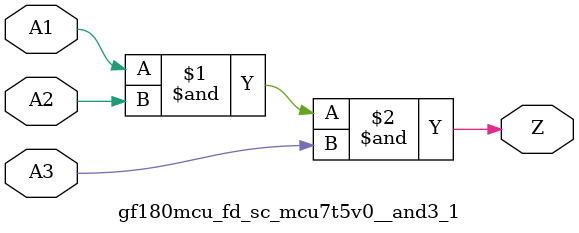
<source format=v>

module gf180mcu_fd_sc_mcu7t5v0__and3_1( A1, A2, A3, Z );
input A1, A2, A3;
output Z;

	and MGM_BG_0( Z, A1, A2, A3 );

endmodule

</source>
